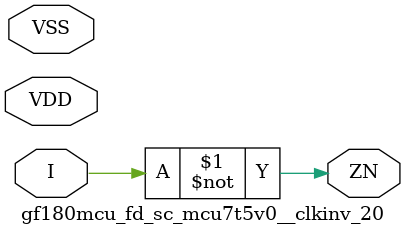
<source format=v>

module gf180mcu_fd_sc_mcu7t5v0__clkinv_20( I, ZN, VDD, VSS );
input I;
inout VDD, VSS;
output ZN;

	not MGM_BG_0( ZN, I );

endmodule

</source>
